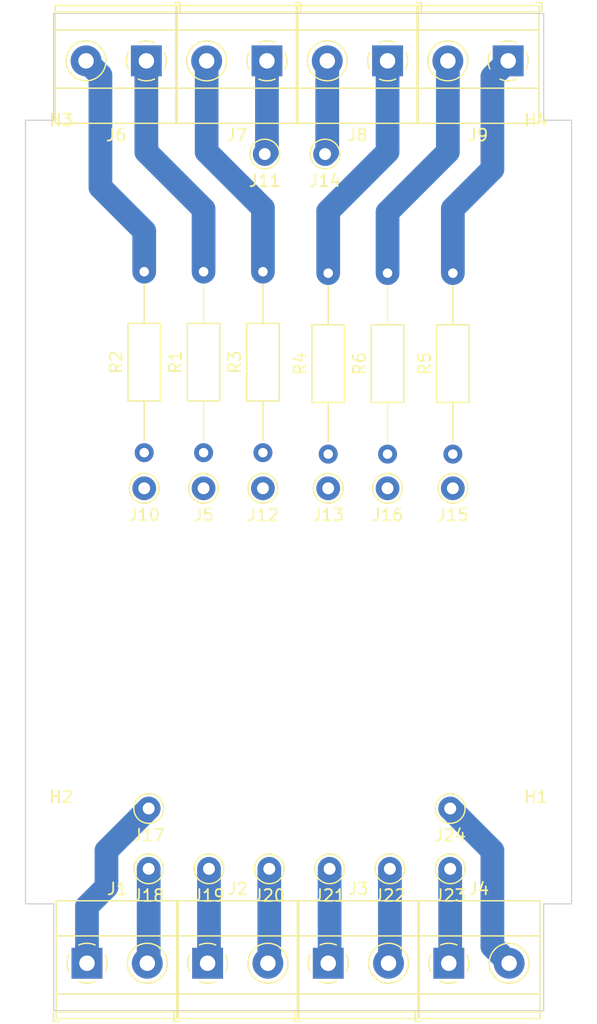
<source format=kicad_pcb>
(kicad_pcb (version 20221018) (generator pcbnew)
  (layers (0 "F.Cu" signal) (31 "B.Cu" signal) (34 "B.Paste" user) (35 "F.Paste" user) (36 "B.SilkS" user "B.Silkscreen") (37 "F.SilkS" user "F.Silkscreen") (38 "B.Mask" user) (39 "F.Mask" user) (44 "Edge.Cuts" user))
  (net 0 "")
  (net 1 "Net-(J1-Pin_2)")
  (net 2 "Net-(J1-Pin_1)")
  (net 3 "Net-(J2-Pin_2)")
  (net 4 "Net-(J19-Pin_1)")
  (net 5 "Net-(J21-Pin_1)")
  (net 6 "Net-(J22-Pin_1)")
  (net 7 "Net-(J24-Pin_1)")
  (net 8 "Net-(J23-Pin_1)")
  (net 9 "Net-(J6-Pin_1)")
  (net 10 "Net-(J6-Pin_2)")
  (net 11 "Net-(J11-Pin_1)")
  (net 12 "Net-(J7-Pin_2)")
  (net 13 "Net-(J14-Pin_1)")
  (net 14 "Net-(J5-Pin_1)")
  (net 15 "Net-(J8-Pin_1)")
  (net 16 "Net-(J9-Pin_1)")
  (net 17 "Net-(J9-Pin_2)")
  (net 18 "Net-(J10-Pin_1)")
  (net 19 "Net-(J12-Pin_1)")
  (net 20 "Net-(J13-Pin_1)")
  (net 21 "Net-(J15-Pin_1)")
  (net 22 "Net-(J16-Pin_1)")
  (footprint "Connector_Pin:Pin_D1.0mm_L10.0mm" (layer "F.Cu") (at 102.616 130.048)
    (fp_text reference "J21" (at 0 2.25) (layer "F.SilkS"))
    (fp_text value "Conn_01x01_Pin" hide)
    (fp_circle (center 0 0) (end 1.25 0.05) (stroke (width 0.12)) (fill none) (layer "F.SilkS"))
    (pad "1" thru_hole circle (at 0 0) (size 2 2) (drill 1) (layers "*.Cu" "*.Mask") (net 5 "Net-(J21-Pin_1)"))
  )
  (footprint "TerminalBlock_Phoenix:TerminalBlock_Phoenix_MKDS-1,5-2-5.08_1x02_P5.08mm_Horizontal" (layer "F.Cu") (at 87.18 62 180)
    (fp_text reference "J6" (at 2.54 -6.26) (layer "F.SilkS"))
    (fp_text value "Z1" hide)
    (fp_line (start -2.84 4.16) (end -2.84 4.9) (stroke (width 0.12)) (layer "F.SilkS"))
    (fp_line (start -2.84 4.9) (end -2.34 4.9) (stroke (width 0.12)) (layer "F.SilkS"))
    (fp_line (start -2.6 -5.261) (end -2.6 4.66) (stroke (width 0.12)) (layer "F.SilkS"))
    (fp_line (start -2.6 -5.261) (end 7.68 -5.261) (stroke (width 0.12)) (layer "F.SilkS"))
    (fp_line (start -2.6 -2.301) (end 7.68 -2.301) (stroke (width 0.12)) (layer "F.SilkS"))
    (fp_line (start -2.6 2.6) (end 7.68 2.6) (stroke (width 0.12)) (layer "F.SilkS"))
    (fp_line (start -2.6 4.1) (end 7.68 4.1) (stroke (width 0.12)) (layer "F.SilkS"))
    (fp_line (start -2.6 4.66) (end 7.68 4.66) (stroke (width 0.12)) (layer "F.SilkS"))
    (fp_line (start 3.853 1.023) (end 3.806 1.069) (stroke (width 0.12)) (layer "F.SilkS"))
    (fp_line (start 4.046 1.239) (end 4.011 1.274) (stroke (width 0.12)) (layer "F.SilkS"))
    (fp_line (start 6.15 -1.275) (end 6.115 -1.239) (stroke (width 0.12)) (layer "F.SilkS"))
    (fp_line (start 6.355 -1.069) (end 6.308 -1.023) (stroke (width 0.12)) (layer "F.SilkS"))
    (fp_line (start 7.68 -5.261) (end 7.68 4.66) (stroke (width 0.12)) (layer "F.SilkS"))
    (fp_arc (start -1.535427 0.683042) (mid -1.680501 -0.000524) (end -1.535 -0.684) (stroke (width 0.12)) (layer "F.SilkS"))
    (fp_arc (start -0.683042 -1.535427) (mid 0.000524 -1.680501) (end 0.684 -1.535) (stroke (width 0.12)) (layer "F.SilkS"))
    (fp_arc (start 0.028805 1.680253) (mid -0.335551 1.646659) (end -0.684 1.535) (stroke (width 0.12)) (layer "F.SilkS"))
    (fp_arc (start 0.683318 1.534756) (mid 0.349292 1.643288) (end 0 1.68) (stroke (width 0.12)) (layer "F.SilkS"))
    (fp_arc (start 1.535427 -0.683042) (mid 1.680501 0.000524) (end 1.535 0.684) (stroke (width 0.12)) (layer "F.SilkS"))
    (fp_circle (center 5.08 0) (end 6.76 0) (stroke (width 0.12)) (fill none) (layer "F.SilkS"))
    (pad "1" thru_hole rect (at 0 0 180) (size 2.6 2.6) (drill 1.3) (layers "*.Cu" "*.Mask") (net 9 "Net-(J6-Pin_1)"))
    (pad "2" thru_hole circle (at 5.08 0 180) (size 2.6 2.6) (drill 1.3) (layers "*.Cu" "*.Mask") (net 10 "Net-(J6-Pin_2)"))
  )
  (footprint "MountingHole:MountingHole_3.5mm" (layer "F.Cu") (at 80 71.5)
    (fp_text reference "H3" (at 0 -4.5) (layer "F.SilkS"))
    (fp_text value "MountingHole")
    (pad "" np_thru_hole circle (at 0 0) (size 3.5 3.5) (drill 3.5) (layers "*.Cu" "*.Mask"))
  )
  (footprint "Resistor_THT:R_Axial_DIN0207_L6.3mm_D2.5mm_P15.24mm_Horizontal" (layer "F.Cu") (at 92 95 90)
    (fp_text reference "R1" (at 7.62 -2.37 90) (layer "F.SilkS"))
    (fp_text value "4k7")
    (fp_line (start 1.04 0) (end 4.35 0) (stroke (width 0.12)) (layer "F.SilkS"))
    (fp_line (start 4.35 -1.37) (end 4.35 1.37) (stroke (width 0.12)) (layer "F.SilkS"))
    (fp_line (start 4.35 1.37) (end 10.89 1.37) (stroke (width 0.12)) (layer "F.SilkS"))
    (fp_line (start 10.89 -1.37) (end 4.35 -1.37) (stroke (width 0.12)) (layer "F.SilkS"))
    (fp_line (start 10.89 1.37) (end 10.89 -1.37) (stroke (width 0.12)) (layer "F.SilkS"))
    (fp_line (start 14.2 0) (end 10.89 0) (stroke (width 0.12)) (layer "F.SilkS"))
    (pad "1" thru_hole circle (at 0 0 90) (size 1.6 1.6) (drill 0.8) (layers "*.Cu" "*.Mask") (net 14 "Net-(J5-Pin_1)"))
    (pad "2" thru_hole oval (at 15.24 0 90) (size 1.6 1.6) (drill 0.8) (layers "*.Cu" "*.Mask") (net 9 "Net-(J6-Pin_1)"))
  )
  (footprint "TerminalBlock_Phoenix:TerminalBlock_Phoenix_MKDS-1,5-2-5.08_1x02_P5.08mm_Horizontal" (layer "F.Cu") (at 102.5 138)
    (fp_text reference "J3" (at 2.54 -6.26) (layer "F.SilkS"))
    (fp_text value "Screw_Terminal_01x02" hide)
    (fp_line (start -2.84 4.16) (end -2.84 4.9) (stroke (width 0.12)) (layer "F.SilkS"))
    (fp_line (start -2.84 4.9) (end -2.34 4.9) (stroke (width 0.12)) (layer "F.SilkS"))
    (fp_line (start -2.6 -5.261) (end -2.6 4.66) (stroke (width 0.12)) (layer "F.SilkS"))
    (fp_line (start -2.6 -5.261) (end 7.68 -5.261) (stroke (width 0.12)) (layer "F.SilkS"))
    (fp_line (start -2.6 -2.301) (end 7.68 -2.301) (stroke (width 0.12)) (layer "F.SilkS"))
    (fp_line (start -2.6 2.6) (end 7.68 2.6) (stroke (width 0.12)) (layer "F.SilkS"))
    (fp_line (start -2.6 4.1) (end 7.68 4.1) (stroke (width 0.12)) (layer "F.SilkS"))
    (fp_line (start -2.6 4.66) (end 7.68 4.66) (stroke (width 0.12)) (layer "F.SilkS"))
    (fp_line (start 3.853 1.023) (end 3.806 1.069) (stroke (width 0.12)) (layer "F.SilkS"))
    (fp_line (start 4.046 1.239) (end 4.011 1.274) (stroke (width 0.12)) (layer "F.SilkS"))
    (fp_line (start 6.15 -1.275) (end 6.115 -1.239) (stroke (width 0.12)) (layer "F.SilkS"))
    (fp_line (start 6.355 -1.069) (end 6.308 -1.023) (stroke (width 0.12)) (layer "F.SilkS"))
    (fp_line (start 7.68 -5.261) (end 7.68 4.66) (stroke (width 0.12)) (layer "F.SilkS"))
    (fp_arc (start -1.535427 0.683042) (mid -1.680501 -0.000524) (end -1.535 -0.684) (stroke (width 0.12)) (layer "F.SilkS"))
    (fp_arc (start -0.683042 -1.535427) (mid 0.000524 -1.680501) (end 0.684 -1.535) (stroke (width 0.12)) (layer "F.SilkS"))
    (fp_arc (start 0.028805 1.680253) (mid -0.335551 1.646659) (end -0.684 1.535) (stroke (width 0.12)) (layer "F.SilkS"))
    (fp_arc (start 0.683318 1.534756) (mid 0.349292 1.643288) (end 0 1.68) (stroke (width 0.12)) (layer "F.SilkS"))
    (fp_arc (start 1.535427 -0.683042) (mid 1.680501 0.000524) (end 1.535 0.684) (stroke (width 0.12)) (layer "F.SilkS"))
    (fp_circle (center 5.08 0) (end 6.76 0) (stroke (width 0.12)) (fill none) (layer "F.SilkS"))
    (pad "1" thru_hole rect (at 0 0) (size 2.6 2.6) (drill 1.3) (layers "*.Cu" "*.Mask") (net 5 "Net-(J21-Pin_1)"))
    (pad "2" thru_hole circle (at 5.08 0) (size 2.6 2.6) (drill 1.3) (layers "*.Cu" "*.Mask") (net 6 "Net-(J22-Pin_1)"))
  )
  (footprint "Connector_Pin:Pin_D1.0mm_L10.0mm" (layer "F.Cu") (at 107.5 98)
    (fp_text reference "J16" (at 0 2.25) (layer "F.SilkS"))
    (fp_text value "Conn_01x01_Pin" hide)
    (fp_circle (center 0 0) (end 1.25 0.05) (stroke (width 0.12)) (fill none) (layer "F.SilkS"))
    (pad "1" thru_hole circle (at 0 0) (size 2 2) (drill 1) (layers "*.Cu" "*.Mask") (net 22 "Net-(J16-Pin_1)"))
  )
  (footprint "Connector_Pin:Pin_D1.0mm_L10.0mm" (layer "F.Cu") (at 97.155 69.85)
    (fp_text reference "J11" (at 0 2.25) (layer "F.SilkS"))
    (fp_text value "Conn_01x01_Pin" hide)
    (fp_circle (center 0 0) (end 1.25 0.05) (stroke (width 0.12)) (fill none) (layer "F.SilkS"))
    (pad "1" thru_hole circle (at 0 0) (size 2 2) (drill 1) (layers "*.Cu" "*.Mask") (net 11 "Net-(J11-Pin_1)"))
  )
  (footprint "Resistor_THT:R_Axial_DIN0207_L6.3mm_D2.5mm_P15.24mm_Horizontal" (layer "F.Cu") (at 97 95 90)
    (fp_text reference "R3" (at 7.62 -2.37 90) (layer "F.SilkS"))
    (fp_text value "4k7")
    (fp_line (start 1.04 0) (end 4.35 0) (stroke (width 0.12)) (layer "F.SilkS"))
    (fp_line (start 4.35 -1.37) (end 4.35 1.37) (stroke (width 0.12)) (layer "F.SilkS"))
    (fp_line (start 4.35 1.37) (end 10.89 1.37) (stroke (width 0.12)) (layer "F.SilkS"))
    (fp_line (start 10.89 -1.37) (end 4.35 -1.37) (stroke (width 0.12)) (layer "F.SilkS"))
    (fp_line (start 10.89 1.37) (end 10.89 -1.37) (stroke (width 0.12)) (layer "F.SilkS"))
    (fp_line (start 14.2 0) (end 10.89 0) (stroke (width 0.12)) (layer "F.SilkS"))
    (pad "1" thru_hole circle (at 0 0 90) (size 1.6 1.6) (drill 0.8) (layers "*.Cu" "*.Mask") (net 19 "Net-(J12-Pin_1)"))
    (pad "2" thru_hole oval (at 15.24 0 90) (size 1.6 1.6) (drill 0.8) (layers "*.Cu" "*.Mask") (net 12 "Net-(J7-Pin_2)"))
  )
  (footprint "TerminalBlock_Phoenix:TerminalBlock_Phoenix_MKDS-1,5-2-5.08_1x02_P5.08mm_Horizontal" (layer "F.Cu") (at 117.66 62 180)
    (fp_text reference "J9" (at 2.54 -6.26) (layer "F.SilkS"))
    (fp_text value "Z4" hide)
    (fp_line (start -2.84 4.16) (end -2.84 4.9) (stroke (width 0.12)) (layer "F.SilkS"))
    (fp_line (start -2.84 4.9) (end -2.34 4.9) (stroke (width 0.12)) (layer "F.SilkS"))
    (fp_line (start -2.6 -5.261) (end -2.6 4.66) (stroke (width 0.12)) (layer "F.SilkS"))
    (fp_line (start -2.6 -5.261) (end 7.68 -5.261) (stroke (width 0.12)) (layer "F.SilkS"))
    (fp_line (start -2.6 -2.301) (end 7.68 -2.301) (stroke (width 0.12)) (layer "F.SilkS"))
    (fp_line (start -2.6 2.6) (end 7.68 2.6) (stroke (width 0.12)) (layer "F.SilkS"))
    (fp_line (start -2.6 4.1) (end 7.68 4.1) (stroke (width 0.12)) (layer "F.SilkS"))
    (fp_line (start -2.6 4.66) (end 7.68 4.66) (stroke (width 0.12)) (layer "F.SilkS"))
    (fp_line (start 3.853 1.023) (end 3.806 1.069) (stroke (width 0.12)) (layer "F.SilkS"))
    (fp_line (start 4.046 1.239) (end 4.011 1.274) (stroke (width 0.12)) (layer "F.SilkS"))
    (fp_line (start 6.15 -1.275) (end 6.115 -1.239) (stroke (width 0.12)) (layer "F.SilkS"))
    (fp_line (start 6.355 -1.069) (end 6.308 -1.023) (stroke (width 0.12)) (layer "F.SilkS"))
    (fp_line (start 7.68 -5.261) (end 7.68 4.66) (stroke (width 0.12)) (layer "F.SilkS"))
    (fp_arc (start -1.535427 0.683042) (mid -1.680501 -0.000524) (end -1.535 -0.684) (stroke (width 0.12)) (layer "F.SilkS"))
    (fp_arc (start -0.683042 -1.535427) (mid 0.000524 -1.680501) (end 0.684 -1.535) (stroke (width 0.12)) (layer "F.SilkS"))
    (fp_arc (start 0.028805 1.680253) (mid -0.335551 1.646659) (end -0.684 1.535) (stroke (width 0.12)) (layer "F.SilkS"))
    (fp_arc (start 0.683318 1.534756) (mid 0.349292 1.643288) (end 0 1.68) (stroke (width 0.12)) (layer "F.SilkS"))
    (fp_arc (start 1.535427 -0.683042) (mid 1.680501 0.000524) (end 1.535 0.684) (stroke (width 0.12)) (layer "F.SilkS"))
    (fp_circle (center 5.08 0) (end 6.76 0) (stroke (width 0.12)) (fill none) (layer "F.SilkS"))
    (pad "1" thru_hole rect (at 0 0 180) (size 2.6 2.6) (drill 1.3) (layers "*.Cu" "*.Mask") (net 16 "Net-(J9-Pin_1)"))
    (pad "2" thru_hole circle (at 5.08 0 180) (size 2.6 2.6) (drill 1.3) (layers "*.Cu" "*.Mask") (net 17 "Net-(J9-Pin_2)"))
  )
  (footprint "Connector_Pin:Pin_D1.0mm_L10.0mm" (layer "F.Cu") (at 92.456 130.048)
    (fp_text reference "J19" (at 0 2.25) (layer "F.SilkS"))
    (fp_text value "Conn_01x01_Pin" hide)
    (fp_circle (center 0 0) (end 1.25 0.05) (stroke (width 0.12)) (fill none) (layer "F.SilkS"))
    (pad "1" thru_hole circle (at 0 0) (size 2 2) (drill 1) (layers "*.Cu" "*.Mask") (net 4 "Net-(J19-Pin_1)"))
  )
  (footprint "Resistor_THT:R_Axial_DIN0207_L6.3mm_D2.5mm_P15.24mm_Horizontal" (layer "F.Cu") (at 113 95.12 90)
    (fp_text reference "R5" (at 7.62 -2.37 90) (layer "F.SilkS"))
    (fp_text value "4k7")
    (fp_line (start 1.04 0) (end 4.35 0) (stroke (width 0.12)) (layer "F.SilkS"))
    (fp_line (start 4.35 -1.37) (end 4.35 1.37) (stroke (width 0.12)) (layer "F.SilkS"))
    (fp_line (start 4.35 1.37) (end 10.89 1.37) (stroke (width 0.12)) (layer "F.SilkS"))
    (fp_line (start 10.89 -1.37) (end 4.35 -1.37) (stroke (width 0.12)) (layer "F.SilkS"))
    (fp_line (start 10.89 1.37) (end 10.89 -1.37) (stroke (width 0.12)) (layer "F.SilkS"))
    (fp_line (start 14.2 0) (end 10.89 0) (stroke (width 0.12)) (layer "F.SilkS"))
    (pad "1" thru_hole circle (at 0 0 90) (size 1.6 1.6) (drill 0.8) (layers "*.Cu" "*.Mask") (net 21 "Net-(J15-Pin_1)"))
    (pad "2" thru_hole oval (at 15.24 0 90) (size 1.6 1.6) (drill 0.8) (layers "*.Cu" "*.Mask") (net 16 "Net-(J9-Pin_1)"))
  )
  (footprint "Connector_Pin:Pin_D1.0mm_L10.0mm" (layer "F.Cu") (at 112.776 130.048)
    (fp_text reference "J23" (at 0 2.25) (layer "F.SilkS"))
    (fp_text value "Conn_01x01_Pin" hide)
    (fp_circle (center 0 0) (end 1.25 0.05) (stroke (width 0.12)) (fill none) (layer "F.SilkS"))
    (pad "1" thru_hole circle (at 0 0) (size 2 2) (drill 1) (layers "*.Cu" "*.Mask") (net 8 "Net-(J23-Pin_1)"))
  )
  (footprint "Connector_Pin:Pin_D1.0mm_L10.0mm" (layer "F.Cu") (at 113 98)
    (fp_text reference "J15" (at 0 2.25) (layer "F.SilkS"))
    (fp_text value "Conn_01x01_Pin" hide)
    (fp_circle (center 0 0) (end 1.25 0.05) (stroke (width 0.12)) (fill none) (layer "F.SilkS"))
    (pad "1" thru_hole circle (at 0 0) (size 2 2) (drill 1) (layers "*.Cu" "*.Mask") (net 21 "Net-(J15-Pin_1)"))
  )
  (footprint "Resistor_THT:R_Axial_DIN0207_L6.3mm_D2.5mm_P15.24mm_Horizontal" (layer "F.Cu") (at 102.5 95.12 90)
    (fp_text reference "R4" (at 7.62 -2.37 90) (layer "F.SilkS"))
    (fp_text value "4k7")
    (fp_line (start 1.04 0) (end 4.35 0) (stroke (width 0.12)) (layer "F.SilkS"))
    (fp_line (start 4.35 -1.37) (end 4.35 1.37) (stroke (width 0.12)) (layer "F.SilkS"))
    (fp_line (start 4.35 1.37) (end 10.89 1.37) (stroke (width 0.12)) (layer "F.SilkS"))
    (fp_line (start 10.89 -1.37) (end 4.35 -1.37) (stroke (width 0.12)) (layer "F.SilkS"))
    (fp_line (start 10.89 1.37) (end 10.89 -1.37) (stroke (width 0.12)) (layer "F.SilkS"))
    (fp_line (start 14.2 0) (end 10.89 0) (stroke (width 0.12)) (layer "F.SilkS"))
    (pad "1" thru_hole circle (at 0 0 90) (size 1.6 1.6) (drill 0.8) (layers "*.Cu" "*.Mask") (net 20 "Net-(J13-Pin_1)"))
    (pad "2" thru_hole oval (at 15.24 0 90) (size 1.6 1.6) (drill 0.8) (layers "*.Cu" "*.Mask") (net 15 "Net-(J8-Pin_1)"))
  )
  (footprint "TerminalBlock_Phoenix:TerminalBlock_Phoenix_MKDS-1,5-2-5.08_1x02_P5.08mm_Horizontal" (layer "F.Cu") (at 112.66 138)
    (fp_text reference "J4" (at 2.54 -6.26) (layer "F.SilkS"))
    (fp_text value "Screw_Terminal_01x02" hide)
    (fp_line (start -2.84 4.16) (end -2.84 4.9) (stroke (width 0.12)) (layer "F.SilkS"))
    (fp_line (start -2.84 4.9) (end -2.34 4.9) (stroke (width 0.12)) (layer "F.SilkS"))
    (fp_line (start -2.6 -5.261) (end -2.6 4.66) (stroke (width 0.12)) (layer "F.SilkS"))
    (fp_line (start -2.6 -5.261) (end 7.68 -5.261) (stroke (width 0.12)) (layer "F.SilkS"))
    (fp_line (start -2.6 -2.301) (end 7.68 -2.301) (stroke (width 0.12)) (layer "F.SilkS"))
    (fp_line (start -2.6 2.6) (end 7.68 2.6) (stroke (width 0.12)) (layer "F.SilkS"))
    (fp_line (start -2.6 4.1) (end 7.68 4.1) (stroke (width 0.12)) (layer "F.SilkS"))
    (fp_line (start -2.6 4.66) (end 7.68 4.66) (stroke (width 0.12)) (layer "F.SilkS"))
    (fp_line (start 3.853 1.023) (end 3.806 1.069) (stroke (width 0.12)) (layer "F.SilkS"))
    (fp_line (start 4.046 1.239) (end 4.011 1.274) (stroke (width 0.12)) (layer "F.SilkS"))
    (fp_line (start 6.15 -1.275) (end 6.115 -1.239) (stroke (width 0.12)) (layer "F.SilkS"))
    (fp_line (start 6.355 -1.069) (end 6.308 -1.023) (stroke (width 0.12)) (layer "F.SilkS"))
    (fp_line (start 7.68 -5.261) (end 7.68 4.66) (stroke (width 0.12)) (layer "F.SilkS"))
    (fp_arc (start -1.535427 0.683042) (mid -1.680501 -0.000524) (end -1.535 -0.684) (stroke (width 0.12)) (layer "F.SilkS"))
    (fp_arc (start -0.683042 -1.535427) (mid 0.000524 -1.680501) (end 0.684 -1.535) (stroke (width 0.12)) (layer "F.SilkS"))
    (fp_arc (start 0.028805 1.680253) (mid -0.335551 1.646659) (end -0.684 1.535) (stroke (width 0.12)) (layer "F.SilkS"))
    (fp_arc (start 0.683318 1.534756) (mid 0.349292 1.643288) (end 0 1.68) (stroke (width 0.12)) (layer "F.SilkS"))
    (fp_arc (start 1.535427 -0.683042) (mid 1.680501 0.000524) (end 1.535 0.684) (stroke (width 0.12)) (layer "F.SilkS"))
    (fp_circle (center 5.08 0) (end 6.76 0) (stroke (width 0.12)) (fill none) (layer "F.SilkS"))
    (pad "1" thru_hole rect (at 0 0) (size 2.6 2.6) (drill 1.3) (layers "*.Cu" "*.Mask") (net 8 "Net-(J23-Pin_1)"))
    (pad "2" thru_hole circle (at 5.08 0) (size 2.6 2.6) (drill 1.3) (layers "*.Cu" "*.Mask") (net 7 "Net-(J24-Pin_1)"))
  )
  (footprint "Connector_Pin:Pin_D1.0mm_L10.0mm" (layer "F.Cu") (at 102.5 98)
    (fp_text reference "J13" (at 0 2.25) (layer "F.SilkS"))
    (fp_text value "Conn_01x01_Pin" hide)
    (fp_circle (center 0 0) (end 1.25 0.05) (stroke (width 0.12)) (fill none) (layer "F.SilkS"))
    (pad "1" thru_hole circle (at 0 0) (size 2 2) (drill 1) (layers "*.Cu" "*.Mask") (net 20 "Net-(J13-Pin_1)"))
  )
  (footprint "MountingHole:MountingHole_3.5mm" (layer "F.Cu") (at 120 128.5)
    (fp_text reference "H1" (at 0 -4.5) (layer "F.SilkS"))
    (fp_text value "MountingHole")
    (pad "" np_thru_hole circle (at 0 0) (size 3.5 3.5) (drill 3.5) (layers "*.Cu" "*.Mask"))
  )
  (footprint "Connector_Pin:Pin_D1.0mm_L10.0mm" (layer "F.Cu") (at 87.376 124.968)
    (fp_text reference "J17" (at 0 2.25) (layer "F.SilkS"))
    (fp_text value "Conn_01x01_Pin" hide)
    (fp_circle (center 0 0) (end 1.25 0.05) (stroke (width 0.12)) (fill none) (layer "F.SilkS"))
    (pad "1" thru_hole circle (at 0 0) (size 2 2) (drill 1) (layers "*.Cu" "*.Mask") (net 2 "Net-(J1-Pin_1)"))
  )
  (footprint "MountingHole:MountingHole_3.5mm" (layer "F.Cu") (at 80 128.5)
    (fp_text reference "H2" (at 0 -4.5) (layer "F.SilkS"))
    (fp_text value "MountingHole")
    (pad "" np_thru_hole circle (at 0 0) (size 3.5 3.5) (drill 3.5) (layers "*.Cu" "*.Mask"))
  )
  (footprint "Connector_Pin:Pin_D1.0mm_L10.0mm" (layer "F.Cu") (at 102.235 69.85)
    (fp_text reference "J14" (at 0 2.25) (layer "F.SilkS"))
    (fp_text value "Conn_01x01_Pin" hide)
    (fp_circle (center 0 0) (end 1.25 0.05) (stroke (width 0.12)) (fill none) (layer "F.SilkS"))
    (pad "1" thru_hole circle (at 0 0) (size 2 2) (drill 1) (layers "*.Cu" "*.Mask") (net 13 "Net-(J14-Pin_1)"))
  )
  (footprint "Connector_Pin:Pin_D1.0mm_L10.0mm" (layer "F.Cu") (at 97 98)
    (fp_text reference "J12" (at 0 2.25) (layer "F.SilkS"))
    (fp_text value "Conn_01x01_Pin" hide)
    (fp_circle (center 0 0) (end 1.25 0.05) (stroke (width 0.12)) (fill none) (layer "F.SilkS"))
    (pad "1" thru_hole circle (at 0 0) (size 2 2) (drill 1) (layers "*.Cu" "*.Mask") (net 19 "Net-(J12-Pin_1)"))
  )
  (footprint "Resistor_THT:R_Axial_DIN0207_L6.3mm_D2.5mm_P15.24mm_Horizontal" (layer "F.Cu") (at 87 95 90)
    (fp_text reference "R2" (at 7.62 -2.37 90) (layer "F.SilkS"))
    (fp_text value "4k7")
    (fp_line (start 1.04 0) (end 4.35 0) (stroke (width 0.12)) (layer "F.SilkS"))
    (fp_line (start 4.35 -1.37) (end 4.35 1.37) (stroke (width 0.12)) (layer "F.SilkS"))
    (fp_line (start 4.35 1.37) (end 10.89 1.37) (stroke (width 0.12)) (layer "F.SilkS"))
    (fp_line (start 10.89 -1.37) (end 4.35 -1.37) (stroke (width 0.12)) (layer "F.SilkS"))
    (fp_line (start 10.89 1.37) (end 10.89 -1.37) (stroke (width 0.12)) (layer "F.SilkS"))
    (fp_line (start 14.2 0) (end 10.89 0) (stroke (width 0.12)) (layer "F.SilkS"))
    (pad "1" thru_hole circle (at 0 0 90) (size 1.6 1.6) (drill 0.8) (layers "*.Cu" "*.Mask") (net 18 "Net-(J10-Pin_1)"))
    (pad "2" thru_hole oval (at 15.24 0 90) (size 1.6 1.6) (drill 0.8) (layers "*.Cu" "*.Mask") (net 10 "Net-(J6-Pin_2)"))
  )
  (footprint "TerminalBlock_Phoenix:TerminalBlock_Phoenix_MKDS-1,5-2-5.08_1x02_P5.08mm_Horizontal" (layer "F.Cu") (at 107.5 62 180)
    (fp_text reference "J8" (at 2.54 -6.26) (layer "F.SilkS"))
    (fp_text value "Z3" hide)
    (fp_line (start -2.84 4.16) (end -2.84 4.9) (stroke (width 0.12)) (layer "F.SilkS"))
    (fp_line (start -2.84 4.9) (end -2.34 4.9) (stroke (width 0.12)) (layer "F.SilkS"))
    (fp_line (start -2.6 -5.261) (end -2.6 4.66) (stroke (width 0.12)) (layer "F.SilkS"))
    (fp_line (start -2.6 -5.261) (end 7.68 -5.261) (stroke (width 0.12)) (layer "F.SilkS"))
    (fp_line (start -2.6 -2.301) (end 7.68 -2.301) (stroke (width 0.12)) (layer "F.SilkS"))
    (fp_line (start -2.6 2.6) (end 7.68 2.6) (stroke (width 0.12)) (layer "F.SilkS"))
    (fp_line (start -2.6 4.1) (end 7.68 4.1) (stroke (width 0.12)) (layer "F.SilkS"))
    (fp_line (start -2.6 4.66) (end 7.68 4.66) (stroke (width 0.12)) (layer "F.SilkS"))
    (fp_line (start 3.853 1.023) (end 3.806 1.069) (stroke (width 0.12)) (layer "F.SilkS"))
    (fp_line (start 4.046 1.239) (end 4.011 1.274) (stroke (width 0.12)) (layer "F.SilkS"))
    (fp_line (start 6.15 -1.275) (end 6.115 -1.239) (stroke (width 0.12)) (layer "F.SilkS"))
    (fp_line (start 6.355 -1.069) (end 6.308 -1.023) (stroke (width 0.12)) (layer "F.SilkS"))
    (fp_line (start 7.68 -5.261) (end 7.68 4.66) (stroke (width 0.12)) (layer "F.SilkS"))
    (fp_arc (start -1.535427 0.683042) (mid -1.680501 -0.000524) (end -1.535 -0.684) (stroke (width 0.12)) (layer "F.SilkS"))
    (fp_arc (start -0.683042 -1.535427) (mid 0.000524 -1.680501) (end 0.684 -1.535) (stroke (width 0.12)) (layer "F.SilkS"))
    (fp_arc (start 0.028805 1.680253) (mid -0.335551 1.646659) (end -0.684 1.535) (stroke (width 0.12)) (layer "F.SilkS"))
    (fp_arc (start 0.683318 1.534756) (mid 0.349292 1.643288) (end 0 1.68) (stroke (width 0.12)) (layer "F.SilkS"))
    (fp_arc (start 1.535427 -0.683042) (mid 1.680501 0.000524) (end 1.535 0.684) (stroke (width 0.12)) (layer "F.SilkS"))
    (fp_circle (center 5.08 0) (end 6.76 0) (stroke (width 0.12)) (fill none) (layer "F.SilkS"))
    (pad "1" thru_hole rect (at 0 0 180) (size 2.6 2.6) (drill 1.3) (layers "*.Cu" "*.Mask") (net 15 "Net-(J8-Pin_1)"))
    (pad "2" thru_hole circle (at 5.08 0 180) (size 2.6 2.6) (drill 1.3) (layers "*.Cu" "*.Mask") (net 13 "Net-(J14-Pin_1)"))
  )
  (footprint "TerminalBlock_Phoenix:TerminalBlock_Phoenix_MKDS-1,5-2-5.08_1x02_P5.08mm_Horizontal" (layer "F.Cu") (at 82.18 138)
    (fp_text reference "J1" (at 2.54 -6.26) (layer "F.SilkS"))
    (fp_text value "Screw_Terminal_01x02" hide)
    (fp_line (start -2.84 4.16) (end -2.84 4.9) (stroke (width 0.12)) (layer "F.SilkS"))
    (fp_line (start -2.84 4.9) (end -2.34 4.9) (stroke (width 0.12)) (layer "F.SilkS"))
    (fp_line (start -2.6 -5.261) (end -2.6 4.66) (stroke (width 0.12)) (layer "F.SilkS"))
    (fp_line (start -2.6 -5.261) (end 7.68 -5.261) (stroke (width 0.12)) (layer "F.SilkS"))
    (fp_line (start -2.6 -2.301) (end 7.68 -2.301) (stroke (width 0.12)) (layer "F.SilkS"))
    (fp_line (start -2.6 2.6) (end 7.68 2.6) (stroke (width 0.12)) (layer "F.SilkS"))
    (fp_line (start -2.6 4.1) (end 7.68 4.1) (stroke (width 0.12)) (layer "F.SilkS"))
    (fp_line (start -2.6 4.66) (end 7.68 4.66) (stroke (width 0.12)) (layer "F.SilkS"))
    (fp_line (start 3.853 1.023) (end 3.806 1.069) (stroke (width 0.12)) (layer "F.SilkS"))
    (fp_line (start 4.046 1.239) (end 4.011 1.274) (stroke (width 0.12)) (layer "F.SilkS"))
    (fp_line (start 6.15 -1.275) (end 6.115 -1.239) (stroke (width 0.12)) (layer "F.SilkS"))
    (fp_line (start 6.355 -1.069) (end 6.308 -1.023) (stroke (width 0.12)) (layer "F.SilkS"))
    (fp_line (start 7.68 -5.261) (end 7.68 4.66) (stroke (width 0.12)) (layer "F.SilkS"))
    (fp_arc (start -1.535427 0.683042) (mid -1.680501 -0.000524) (end -1.535 -0.684) (stroke (width 0.12)) (layer "F.SilkS"))
    (fp_arc (start -0.683042 -1.535427) (mid 0.000524 -1.680501) (end 0.684 -1.535) (stroke (width 0.12)) (layer "F.SilkS"))
    (fp_arc (start 0.028805 1.680253) (mid -0.335551 1.646659) (end -0.684 1.535) (stroke (width 0.12)) (layer "F.SilkS"))
    (fp_arc (start 0.683318 1.534756) (mid 0.349292 1.643288) (end 0 1.68) (stroke (width 0.12)) (layer "F.SilkS"))
    (fp_arc (start 1.535427 -0.683042) (mid 1.680501 0.000524) (end 1.535 0.684) (stroke (width 0.12)) (layer "F.SilkS"))
    (fp_circle (center 5.08 0) (end 6.76 0) (stroke (width 0.12)) (fill none) (layer "F.SilkS"))
    (pad "1" thru_hole rect (at 0 0) (size 2.6 2.6) (drill 1.3) (layers "*.Cu" "*.Mask") (net 2 "Net-(J1-Pin_1)"))
    (pad "2" thru_hole circle (at 5.08 0) (size 2.6 2.6) (drill 1.3) (layers "*.Cu" "*.Mask") (net 1 "Net-(J1-Pin_2)"))
  )
  (footprint "TerminalBlock_Phoenix:TerminalBlock_Phoenix_MKDS-1,5-2-5.08_1x02_P5.08mm_Horizontal" (layer "F.Cu") (at 92.34 138)
    (fp_text reference "J2" (at 2.54 -6.26) (layer "F.SilkS"))
    (fp_text value "Screw_Terminal_01x02" hide)
    (fp_line (start -2.84 4.16) (end -2.84 4.9) (stroke (width 0.12)) (layer "F.SilkS"))
    (fp_line (start -2.84 4.9) (end -2.34 4.9) (stroke (width 0.12)) (layer "F.SilkS"))
    (fp_line (start -2.6 -5.261) (end -2.6 4.66) (stroke (width 0.12)) (layer "F.SilkS"))
    (fp_line (start -2.6 -5.261) (end 7.68 -5.261) (stroke (width 0.12)) (layer "F.SilkS"))
    (fp_line (start -2.6 -2.301) (end 7.68 -2.301) (stroke (width 0.12)) (layer "F.SilkS"))
    (fp_line (start -2.6 2.6) (end 7.68 2.6) (stroke (width 0.12)) (layer "F.SilkS"))
    (fp_line (start -2.6 4.1) (end 7.68 4.1) (stroke (width 0.12)) (layer "F.SilkS"))
    (fp_line (start -2.6 4.66) (end 7.68 4.66) (stroke (width 0.12)) (layer "F.SilkS"))
    (fp_line (start 3.853 1.023) (end 3.806 1.069) (stroke (width 0.12)) (layer "F.SilkS"))
    (fp_line (start 4.046 1.239) (end 4.011 1.274) (stroke (width 0.12)) (layer "F.SilkS"))
    (fp_line (start 6.15 -1.275) (end 6.115 -1.239) (stroke (width 0.12)) (layer "F.SilkS"))
    (fp_line (start 6.355 -1.069) (end 6.308 -1.023) (stroke (width 0.12)) (layer "F.SilkS"))
    (fp_line (start 7.68 -5.261) (end 7.68 4.66) (stroke (width 0.12)) (layer "F.SilkS"))
    (fp_arc (start -1.535427 0.683042) (mid -1.680501 -0.000524) (end -1.535 -0.684) (stroke (width 0.12)) (layer "F.SilkS"))
    (fp_arc (start -0.683042 -1.535427) (mid 0.000524 -1.680501) (end 0.684 -1.535) (stroke (width 0.12)) (layer "F.SilkS"))
    (fp_arc (start 0.028805 1.680253) (mid -0.335551 1.646659) (end -0.684 1.535) (stroke (width 0.12)) (layer "F.SilkS"))
    (fp_arc (start 0.683318 1.534756) (mid 0.349292 1.643288) (end 0 1.68) (stroke (width 0.12)) (layer "F.SilkS"))
    (fp_arc (start 1.535427 -0.683042) (mid 1.680501 0.000524) (end 1.535 0.684) (stroke (width 0.12)) (layer "F.SilkS"))
    (fp_circle (center 5.08 0) (end 6.76 0) (stroke (width 0.12)) (fill none) (layer "F.SilkS"))
    (pad "1" thru_hole rect (at 0 0) (size 2.6 2.6) (drill 1.3) (layers "*.Cu" "*.Mask") (net 4 "Net-(J19-Pin_1)"))
    (pad "2" thru_hole circle (at 5.08 0) (size 2.6 2.6) (drill 1.3) (layers "*.Cu" "*.Mask") (net 3 "Net-(J2-Pin_2)"))
  )
  (footprint "Connector_Pin:Pin_D1.0mm_L10.0mm" (layer "F.Cu") (at 107.696 130.048)
    (fp_text reference "J22" (at 0 2.25) (layer "F.SilkS"))
    (fp_text value "Conn_01x01_Pin" hide)
    (fp_circle (center 0 0) (end 1.25 0.05) (stroke (width 0.12)) (fill none) (layer "F.SilkS"))
    (pad "1" thru_hole circle (at 0 0) (size 2 2) (drill 1) (layers "*.Cu" "*.Mask") (net 6 "Net-(J22-Pin_1)"))
  )
  (footprint "Connector_Pin:Pin_D1.0mm_L10.0mm" (layer "F.Cu") (at 87 98)
    (fp_text reference "J10" (at 0 2.25) (layer "F.SilkS"))
    (fp_text value "Conn_01x01_Pin" hide)
    (fp_circle (center 0 0) (end 1.25 0.05) (stroke (width 0.12)) (fill none) (layer "F.SilkS"))
    (pad "1" thru_hole circle (at 0 0) (size 2 2) (drill 1) (layers "*.Cu" "*.Mask") (net 18 "Net-(J10-Pin_1)"))
  )
  (footprint "MountingHole:MountingHole_3.5mm" (layer "F.Cu") (at 120 71.5)
    (fp_text reference "H4" (at 0 -4.5) (layer "F.SilkS"))
    (fp_text value "MountingHole")
    (pad "" np_thru_hole circle (at 0 0) (size 3.5 3.5) (drill 3.5) (layers "*.Cu" "*.Mask"))
  )
  (footprint "Resistor_THT:R_Axial_DIN0207_L6.3mm_D2.5mm_P15.24mm_Horizontal" (layer "F.Cu") (at 107.5 95.12 90)
    (fp_text reference "R6" (at 7.62 -2.37 90) (layer "F.SilkS"))
    (fp_text value "4k7")
    (fp_line (start 1.04 0) (end 4.35 0) (stroke (width 0.12)) (layer "F.SilkS"))
    (fp_line (start 4.35 -1.37) (end 4.35 1.37) (stroke (width 0.12)) (layer "F.SilkS"))
    (fp_line (start 4.35 1.37) (end 10.89 1.37) (stroke (width 0.12)) (layer "F.SilkS"))
    (fp_line (start 10.89 -1.37) (end 4.35 -1.37) (stroke (width 0.12)) (layer "F.SilkS"))
    (fp_line (start 10.89 1.37) (end 10.89 -1.37) (stroke (width 0.12)) (layer "F.SilkS"))
    (fp_line (start 14.2 0) (end 10.89 0) (stroke (width 0.12)) (layer "F.SilkS"))
    (pad "1" thru_hole circle (at 0 0 90) (size 1.6 1.6) (drill 0.8) (layers "*.Cu" "*.Mask") (net 22 "Net-(J16-Pin_1)"))
    (pad "2" thru_hole oval (at 15.24 0 90) (size 1.6 1.6) (drill 0.8) (layers "*.Cu" "*.Mask") (net 17 "Net-(J9-Pin_2)"))
  )
  (footprint "TerminalBlock_Phoenix:TerminalBlock_Phoenix_MKDS-1,5-2-5.08_1x02_P5.08mm_Horizontal" (layer "F.Cu") (at 97.34 62 180)
    (fp_text reference "J7" (at 2.54 -6.26) (layer "F.SilkS"))
    (fp_text value "Z2" hide)
    (fp_line (start -2.84 4.16) (end -2.84 4.9) (stroke (width 0.12)) (layer "F.SilkS"))
    (fp_line (start -2.84 4.9) (end -2.34 4.9) (stroke (width 0.12)) (layer "F.SilkS"))
    (fp_line (start -2.6 -5.261) (end -2.6 4.66) (stroke (width 0.12)) (layer "F.SilkS"))
    (fp_line (start -2.6 -5.261) (end 7.68 -5.261) (stroke (width 0.12)) (layer "F.SilkS"))
    (fp_line (start -2.6 -2.301) (end 7.68 -2.301) (stroke (width 0.12)) (layer "F.SilkS"))
    (fp_line (start -2.6 2.6) (end 7.68 2.6) (stroke (width 0.12)) (layer "F.SilkS"))
    (fp_line (start -2.6 4.1) (end 7.68 4.1) (stroke (width 0.12)) (layer "F.SilkS"))
    (fp_line (start -2.6 4.66) (end 7.68 4.66) (stroke (width 0.12)) (layer "F.SilkS"))
    (fp_line (start 3.853 1.023) (end 3.806 1.069) (stroke (width 0.12)) (layer "F.SilkS"))
    (fp_line (start 4.046 1.239) (end 4.011 1.274) (stroke (width 0.12)) (layer "F.SilkS"))
    (fp_line (start 6.15 -1.275) (end 6.115 -1.239) (stroke (width 0.12)) (layer "F.SilkS"))
    (fp_line (start 6.355 -1.069) (end 6.308 -1.023) (stroke (width 0.12)) (layer "F.SilkS"))
    (fp_line (start 7.68 -5.261) (end 7.68 4.66) (stroke (width 0.12)) (layer "F.SilkS"))
    (fp_arc (start -1.535427 0.683042) (mid -1.680501 -0.000524) (end -1.535 -0.684) (stroke (width 0.12)) (layer "F.SilkS"))
    (fp_arc (start -0.683042 -1.535427) (mid 0.000524 -1.680501) (end 0.684 -1.535) (stroke (width 0.12)) (layer "F.SilkS"))
    (fp_arc (start 0.028805 1.680253) (mid -0.335551 1.646659) (end -0.684 1.535) (stroke (width 0.12)) (layer "F.SilkS"))
    (fp_arc (start 0.683318 1.534756) (mid 0.349292 1.643288) (end 0 1.68) (stroke (width 0.12)) (layer "F.SilkS"))
    (fp_arc (start 1.535427 -0.683042) (mid 1.680501 0.000524) (end 1.535 0.684) (stroke (width 0.12)) (layer "F.SilkS"))
    (fp_circle (center 5.08 0) (end 6.76 0) (stroke (width 0.12)) (fill none) (layer "F.SilkS"))
    (pad "1" thru_hole rect (at 0 0 180) (size 2.6 2.6) (drill 1.3) (layers "*.Cu" "*.Mask") (net 11 "Net-(J11-Pin_1)"))
    (pad "2" thru_hole circle (at 5.08 0 180) (size 2.6 2.6) (drill 1.3) (layers "*.Cu" "*.Mask") (net 12 "Net-(J7-Pin_2)"))
  )
  (footprint "Connector_Pin:Pin_D1.0mm_L10.0mm" (layer "F.Cu") (at 97.536 130.048)
    (fp_text reference "J20" (at 0 2.25) (layer "F.SilkS"))
    (fp_text value "Conn_01x01_Pin" hide)
    (fp_circle (center 0 0) (end 1.25 0.05) (stroke (width 0.12)) (fill none) (layer "F.SilkS"))
    (pad "1" thru_hole circle (at 0 0) (size 2 2) (drill 1) (layers "*.Cu" "*.Mask") (net 3 "Net-(J2-Pin_2)"))
  )
  (footprint "Connector_Pin:Pin_D1.0mm_L10.0mm" (layer "F.Cu") (at 112.776 124.968)
    (fp_text reference "J24" (at 0 2.25) (layer "F.SilkS"))
    (fp_text value "Conn_01x01_Pin" hide)
    (fp_circle (center 0 0) (end 1.25 0.05) (stroke (width 0.12)) (fill none) (layer "F.SilkS"))
    (pad "1" thru_hole circle (at 0 0) (size 2 2) (drill 1) (layers "*.Cu" "*.Mask") (net 7 "Net-(J24-Pin_1)"))
  )
  (footprint "Connector_Pin:Pin_D1.0mm_L10.0mm" (layer "F.Cu") (at 87.376 130.048)
    (fp_text reference "J18" (at 0 2.25) (layer "F.SilkS"))
    (fp_text value "Conn_01x01_Pin" hide)
    (fp_circle (center 0 0) (end 1.25 0.05) (stroke (width 0.12)) (fill none) (layer "F.SilkS"))
    (pad "1" thru_hole circle (at 0 0) (size 2 2) (drill 1) (layers "*.Cu" "*.Mask") (net 1 "Net-(J1-Pin_2)"))
  )
  (footprint "Connector_Pin:Pin_D1.0mm_L10.0mm" (layer "F.Cu") (at 92 98)
    (fp_text reference "J5" (at 0 2.25) (layer "F.SilkS"))
    (fp_text value "Conn_01x01_Pin" hide)
    (fp_circle (center 0 0) (end 1.25 0.05) (stroke (width 0.12)) (fill none) (layer "F.SilkS"))
    (pad "1" thru_hole circle (at 0 0) (size 2 2) (drill 1) (layers "*.Cu" "*.Mask") (net 14 "Net-(J5-Pin_1)"))
  )
  (gr_line (start 120.65 67) (end 123 67) (stroke (width 0.1)) (layer "Edge.Cuts"))
  (gr_line (start 123 67) (end 123 133) (stroke (width 0.1)) (layer "Edge.Cuts"))
  (gr_line (start 79.375 58) (end 120.65 58) (stroke (width 0.1)) (layer "Edge.Cuts"))
  (gr_line (start 120.65 142) (end 120.65 133) (stroke (width 0.1)) (layer "Edge.Cuts"))
  (gr_line (start 79.375 142) (end 79.375 133) (stroke (width 0.1)) (layer "Edge.Cuts"))
  (gr_line (start 77 133) (end 77 67) (stroke (width 0.1)) (layer "Edge.Cuts"))
  (gr_line (start 120.65 58) (end 120.65 67) (stroke (width 0.1)) (layer "Edge.Cuts"))
  (gr_line (start 79.375 58) (end 79.375 67) (stroke (width 0.1)) (layer "Edge.Cuts"))
  (gr_line (start 79.375 133) (end 77 133) (stroke (width 0.1)) (layer "Edge.Cuts"))
  (gr_line (start 120.65 133) (end 123 133) (stroke (width 0.1)) (layer "Edge.Cuts"))
  (gr_line (start 79.375 142) (end 120.65 142) (stroke (width 0.1)) (layer "Edge.Cuts"))
  (gr_line (start 79.375 67) (end 77 67) (stroke (width 0.1)) (layer "Edge.Cuts"))
  (segment (start 87.376 137.884) (end 87.26 138) (width 2) (layer "B.Cu") (net 1))
  (segment (start 87.376 130.048) (end 87.376 137.884) (width 2) (layer "B.Cu") (net 1))
  (segment (start 83.82 128.524) (end 83.82 131.572) (width 2) (layer "B.Cu") (net 2))
  (segment (start 83.82 131.572) (end 82.18 133.212) (width 2) (layer "B.Cu") (net 2))
  (segment (start 82.18 133.212) (end 82.18 138) (width 2) (layer "B.Cu") (net 2))
  (segment (start 87.376 124.968) (end 83.82 128.524) (width 2) (layer "B.Cu") (net 2))
  (segment (start 97.536 130.048) (end 97.536 137.884) (width 2) (layer "B.Cu") (net 3))
  (segment (start 97.536 137.884) (end 97.42 138) (width 2) (layer "B.Cu") (net 3))
  (segment (start 92.456 137.884) (end 92.34 138) (width 2) (layer "B.Cu") (net 4))
  (segment (start 92.456 130.048) (end 92.456 137.884) (width 2) (layer "B.Cu") (net 4))
  (segment (start 102.616 130.048) (end 102.616 137.884) (width 2) (layer "B.Cu") (net 5))
  (segment (start 102.616 137.884) (end 102.5 138) (width 2) (layer "B.Cu") (net 5))
  (segment (start 107.696 137.884) (end 107.58 138) (width 2) (layer "B.Cu") (net 6))
  (segment (start 107.696 130.048) (end 107.696 137.884) (width 2) (layer "B.Cu") (net 6))
  (segment (start 112.776 124.968) (end 116.332 128.524) (width 2) (layer "B.Cu") (net 7))
  (segment (start 116.332 128.524) (end 116.332 136.592) (width 2) (layer "B.Cu") (net 7))
  (segment (start 116.332 136.592) (end 117.74 138) (width 2) (layer "B.Cu") (net 7))
  (segment (start 112.776 137.884) (end 112.66 138) (width 2) (layer "B.Cu") (net 8))
  (segment (start 112.776 130.048) (end 112.776 137.884) (width 2) (layer "B.Cu") (net 8))
  (segment (start 92 74.49) (end 92 79.76) (width 2) (layer "B.Cu") (net 9))
  (segment (start 87.18 62) (end 87.18 69.67) (width 2) (layer "B.Cu") (net 9))
  (segment (start 87.18 69.67) (end 92 74.49) (width 2) (layer "B.Cu") (net 9))
  (segment (start 83.312 63.212) (end 82.1 62) (width 2) (layer "B.Cu") (net 10))
  (segment (start 87 76.332) (end 83.312 72.644) (width 2) (layer "B.Cu") (net 10))
  (segment (start 83.312 72.644) (end 83.312 63.212) (width 2) (layer "B.Cu") (net 10))
  (segment (start 87 79.76) (end 87 76.332) (width 2) (layer "B.Cu") (net 10))
  (segment (start 97.34 62) (end 97.34 69.665) (width 2) (layer "B.Cu") (net 11))
  (segment (start 97.34 69.665) (end 97.155 69.85) (width 2) (layer "B.Cu") (net 11))
  (segment (start 92.26 62) (end 92.26 69.665) (width 2) (layer "B.Cu") (net 12))
  (segment (start 92.26 69.665) (end 97 74.405) (width 2) (layer "B.Cu") (net 12))
  (segment (start 97 74.405) (end 97 79.76) (width 2) (layer "B.Cu") (net 12))
  (segment (start 102.42 69.665) (end 102.235 69.85) (width 2) (layer "B.Cu") (net 13))
  (segment (start 102.42 62) (end 102.42 69.665) (width 2) (layer "B.Cu") (net 13))
  (segment (start 102.5 74.665) (end 102.5 79.88) (width 2) (layer "B.Cu") (net 15))
  (segment (start 107.5 69.665) (end 102.5 74.665) (width 2) (layer "B.Cu") (net 15))
  (segment (start 107.5 62) (end 107.5 69.665) (width 2) (layer "B.Cu") (net 15))
  (segment (start 113 74.452) (end 113 79.88) (width 2) (layer "B.Cu") (net 16))
  (segment (start 116.332 71.12) (end 116.332 63.328) (width 2) (layer "B.Cu") (net 16))
  (segment (start 116.332 71.12) (end 113 74.452) (width 2) (layer "B.Cu") (net 16))
  (segment (start 116.332 63.328) (end 117.66 62) (width 2) (layer "B.Cu") (net 16))
  (segment (start 112.58 69.665) (end 107.5 74.745) (width 2) (layer "B.Cu") (net 17))
  (segment (start 107.5 74.745) (end 107.5 79.88) (width 2) (layer "B.Cu") (net 17))
  (segment (start 112.58 62) (end 112.58 69.665) (width 2) (layer "B.Cu") (net 17))
)
</source>
